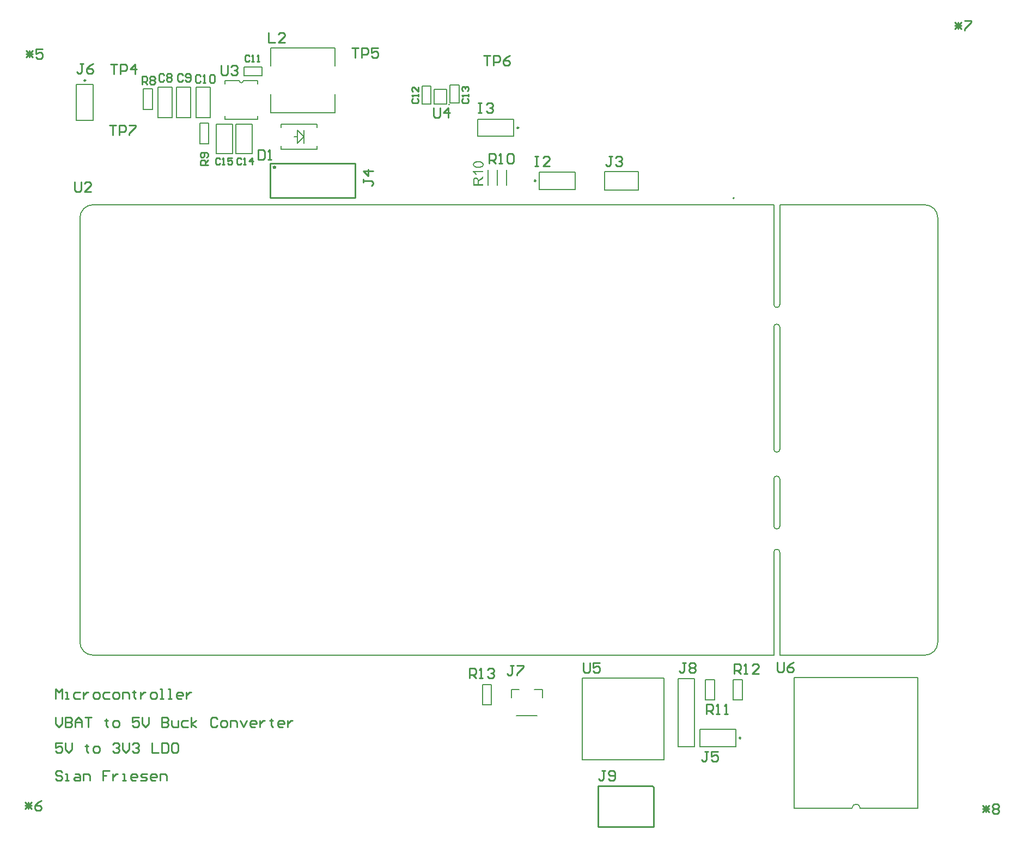
<source format=gbr>
G04*
G04 #@! TF.GenerationSoftware,Altium Limited,Altium Designer,23.0.1 (38)*
G04*
G04 Layer_Color=65535*
%FSLAX25Y25*%
%MOIN*%
G70*
G04*
G04 #@! TF.SameCoordinates,96643D2F-BE8E-4E12-8B93-A60CB91944C5*
G04*
G04*
G04 #@! TF.FilePolarity,Positive*
G04*
G01*
G75*
%ADD10C,0.01000*%
%ADD11C,0.00984*%
%ADD12C,0.00787*%
%ADD13C,0.00500*%
G36*
X284464Y423040D02*
X284563D01*
X284671Y423035D01*
X284794Y423026D01*
X284922Y423016D01*
X285065Y423006D01*
X285207Y422991D01*
X285507Y422947D01*
X285660Y422922D01*
X285803Y422893D01*
X285945Y422854D01*
X286078Y422814D01*
X286088Y422809D01*
X286108Y422804D01*
X286142Y422789D01*
X286191Y422770D01*
X286245Y422750D01*
X286314Y422721D01*
X286388Y422686D01*
X286467Y422642D01*
X286550Y422598D01*
X286634Y422548D01*
X286723Y422489D01*
X286811Y422430D01*
X286895Y422362D01*
X286979Y422293D01*
X287057Y422214D01*
X287131Y422130D01*
X287136Y422125D01*
X287146Y422111D01*
X287165Y422086D01*
X287190Y422047D01*
X287215Y422002D01*
X287249Y421953D01*
X287279Y421889D01*
X287313Y421820D01*
X287348Y421742D01*
X287382Y421653D01*
X287416Y421559D01*
X287441Y421456D01*
X287466Y421348D01*
X287485Y421235D01*
X287495Y421117D01*
X287500Y420989D01*
Y420949D01*
X287495Y420900D01*
X287490Y420836D01*
X287480Y420762D01*
X287466Y420674D01*
X287446Y420576D01*
X287416Y420467D01*
X287382Y420354D01*
X287343Y420236D01*
X287288Y420118D01*
X287225Y419995D01*
X287151Y419877D01*
X287067Y419764D01*
X286964Y419656D01*
X286851Y419552D01*
X286841Y419547D01*
X286811Y419528D01*
X286767Y419493D01*
X286698Y419454D01*
X286659Y419434D01*
X286614Y419410D01*
X286565Y419385D01*
X286506Y419355D01*
X286447Y419331D01*
X286383Y419301D01*
X286309Y419272D01*
X286236Y419242D01*
X286152Y419213D01*
X286068Y419183D01*
X285975Y419159D01*
X285876Y419129D01*
X285773Y419100D01*
X285665Y419075D01*
X285552Y419050D01*
X285434Y419031D01*
X285311Y419006D01*
X285183Y418991D01*
X285045Y418972D01*
X284902Y418957D01*
X284755Y418947D01*
X284602Y418937D01*
X284445Y418932D01*
X284282D01*
X284277D01*
X284268D01*
X284253D01*
X284233D01*
X284208D01*
X284174D01*
X284095Y418937D01*
X284002D01*
X283894Y418942D01*
X283771Y418952D01*
X283638Y418962D01*
X283500Y418972D01*
X283352Y418986D01*
X283052Y419026D01*
X282900Y419055D01*
X282757Y419085D01*
X282614Y419119D01*
X282482Y419159D01*
X282472Y419164D01*
X282452Y419168D01*
X282418Y419183D01*
X282368Y419203D01*
X282309Y419227D01*
X282245Y419257D01*
X282172Y419291D01*
X282093Y419331D01*
X282009Y419375D01*
X281926Y419429D01*
X281837Y419483D01*
X281749Y419547D01*
X281665Y419611D01*
X281581Y419685D01*
X281503Y419759D01*
X281429Y419842D01*
X281424Y419847D01*
X281414Y419862D01*
X281394Y419892D01*
X281370Y419926D01*
X281345Y419970D01*
X281311Y420024D01*
X281276Y420088D01*
X281242Y420157D01*
X281207Y420236D01*
X281178Y420325D01*
X281143Y420418D01*
X281119Y420521D01*
X281094Y420630D01*
X281075Y420743D01*
X281065Y420861D01*
X281060Y420989D01*
Y421038D01*
X281065Y421072D01*
Y421117D01*
X281070Y421171D01*
X281075Y421225D01*
X281084Y421289D01*
X281109Y421427D01*
X281148Y421579D01*
X281198Y421732D01*
X281266Y421879D01*
Y421884D01*
X281276Y421894D01*
X281286Y421919D01*
X281306Y421943D01*
X281325Y421978D01*
X281350Y422012D01*
X281419Y422101D01*
X281503Y422204D01*
X281601Y422307D01*
X281719Y422411D01*
X281857Y422509D01*
X281862Y422514D01*
X281876Y422519D01*
X281896Y422534D01*
X281926Y422548D01*
X281965Y422573D01*
X282009Y422598D01*
X282059Y422622D01*
X282118Y422652D01*
X282182Y422681D01*
X282255Y422716D01*
X282334Y422750D01*
X282413Y422780D01*
X282501Y422814D01*
X282595Y422844D01*
X282797Y422903D01*
X282801D01*
X282821Y422908D01*
X282856Y422917D01*
X282895Y422927D01*
X282954Y422937D01*
X283018Y422947D01*
X283097Y422962D01*
X283190Y422976D01*
X283289Y422986D01*
X283402Y423001D01*
X283525Y423011D01*
X283658Y423026D01*
X283800Y423031D01*
X283948Y423040D01*
X284110Y423045D01*
X284282D01*
X284287D01*
X284297D01*
X284312D01*
X284331D01*
X284356D01*
X284391D01*
X284464Y423040D01*
D02*
G37*
G36*
X287392Y416177D02*
X282462D01*
X282467Y416172D01*
X282472Y416162D01*
X282487Y416148D01*
X282506Y416128D01*
X282531Y416098D01*
X282560Y416064D01*
X282590Y416024D01*
X282629Y415980D01*
X282669Y415931D01*
X282708Y415872D01*
X282752Y415813D01*
X282797Y415749D01*
X282895Y415601D01*
X282993Y415439D01*
X282998Y415434D01*
X283003Y415419D01*
X283018Y415395D01*
X283038Y415365D01*
X283057Y415321D01*
X283082Y415277D01*
X283111Y415223D01*
X283141Y415168D01*
X283205Y415040D01*
X283274Y414908D01*
X283338Y414765D01*
X283392Y414627D01*
X282644D01*
X282639Y414637D01*
X282629Y414657D01*
X282614Y414691D01*
X282590Y414736D01*
X282560Y414794D01*
X282526Y414858D01*
X282482Y414932D01*
X282437Y415011D01*
X282388Y415100D01*
X282329Y415188D01*
X282206Y415380D01*
X282063Y415572D01*
X281906Y415759D01*
X281901Y415764D01*
X281886Y415778D01*
X281862Y415803D01*
X281832Y415838D01*
X281793Y415877D01*
X281749Y415926D01*
X281694Y415975D01*
X281635Y416029D01*
X281507Y416143D01*
X281365Y416256D01*
X281212Y416359D01*
X281138Y416408D01*
X281060Y416448D01*
Y416950D01*
X287392D01*
Y416177D01*
D02*
G37*
G36*
Y412502D02*
X286083Y411670D01*
X286078Y411665D01*
X286058Y411656D01*
X286029Y411636D01*
X285990Y411611D01*
X285940Y411577D01*
X285886Y411542D01*
X285827Y411503D01*
X285763Y411459D01*
X285621Y411365D01*
X285478Y411262D01*
X285340Y411164D01*
X285276Y411114D01*
X285217Y411070D01*
X285212Y411065D01*
X285202Y411060D01*
X285188Y411046D01*
X285168Y411031D01*
X285114Y410986D01*
X285050Y410927D01*
X284981Y410863D01*
X284912Y410795D01*
X284848Y410721D01*
X284794Y410647D01*
X284789Y410637D01*
X284774Y410612D01*
X284755Y410578D01*
X284725Y410529D01*
X284700Y410470D01*
X284671Y410406D01*
X284646Y410337D01*
X284627Y410263D01*
Y410258D01*
X284622Y410234D01*
X284617Y410199D01*
X284607Y410150D01*
X284602Y410086D01*
X284597Y410007D01*
X284592Y409914D01*
Y408836D01*
X287392D01*
Y408000D01*
X281084D01*
Y410873D01*
X281089Y410932D01*
Y411001D01*
X281094Y411085D01*
X281099Y411173D01*
X281104Y411272D01*
X281114Y411370D01*
X281129Y411478D01*
X281158Y411690D01*
X281178Y411793D01*
X281198Y411892D01*
X281227Y411985D01*
X281257Y412074D01*
Y412079D01*
X281266Y412093D01*
X281276Y412118D01*
X281291Y412148D01*
X281311Y412182D01*
X281335Y412226D01*
X281365Y412276D01*
X281394Y412325D01*
X281434Y412379D01*
X281478Y412438D01*
X281527Y412497D01*
X281586Y412551D01*
X281645Y412610D01*
X281709Y412669D01*
X281783Y412723D01*
X281862Y412772D01*
X281867Y412777D01*
X281881Y412782D01*
X281906Y412797D01*
X281936Y412812D01*
X281975Y412836D01*
X282024Y412856D01*
X282078Y412881D01*
X282142Y412905D01*
X282206Y412930D01*
X282280Y412954D01*
X282359Y412979D01*
X282442Y412999D01*
X282619Y413028D01*
X282713Y413033D01*
X282806Y413038D01*
X282816D01*
X282836D01*
X282870Y413033D01*
X282920D01*
X282979Y413023D01*
X283043Y413014D01*
X283121Y413004D01*
X283200Y412984D01*
X283289Y412959D01*
X283382Y412930D01*
X283475Y412895D01*
X283569Y412851D01*
X283667Y412802D01*
X283761Y412743D01*
X283854Y412679D01*
X283943Y412600D01*
X283948Y412595D01*
X283962Y412580D01*
X283987Y412556D01*
X284017Y412517D01*
X284051Y412472D01*
X284095Y412413D01*
X284140Y412349D01*
X284189Y412271D01*
X284238Y412182D01*
X284287Y412084D01*
X284336Y411975D01*
X284381Y411852D01*
X284425Y411720D01*
X284464Y411582D01*
X284499Y411424D01*
X284523Y411262D01*
Y411267D01*
X284528Y411277D01*
X284538Y411292D01*
X284553Y411316D01*
X284582Y411375D01*
X284622Y411449D01*
X284671Y411528D01*
X284725Y411611D01*
X284779Y411695D01*
X284838Y411764D01*
X284843Y411769D01*
X284853Y411779D01*
X284873Y411798D01*
X284897Y411828D01*
X284932Y411857D01*
X284971Y411897D01*
X285015Y411941D01*
X285069Y411985D01*
X285129Y412039D01*
X285192Y412093D01*
X285261Y412148D01*
X285335Y412207D01*
X285414Y412271D01*
X285498Y412330D01*
X285680Y412453D01*
X287392Y413545D01*
Y412502D01*
D02*
G37*
%LPC*%
G36*
X284425Y422248D02*
X284282D01*
X284277D01*
X284263D01*
X284243D01*
X284213D01*
X284179D01*
X284135D01*
X284085Y422243D01*
X284031D01*
X283972Y422238D01*
X283908D01*
X283761Y422229D01*
X283608Y422219D01*
X283441Y422204D01*
X283269Y422184D01*
X283097Y422160D01*
X282920Y422130D01*
X282752Y422096D01*
X282595Y422051D01*
X282452Y422002D01*
X282383Y421978D01*
X282324Y421948D01*
X282265Y421919D01*
X282216Y421884D01*
X282211Y421879D01*
X282191Y421870D01*
X282167Y421845D01*
X282137Y421820D01*
X282098Y421786D01*
X282054Y421742D01*
X282004Y421692D01*
X281955Y421633D01*
X281911Y421574D01*
X281862Y421505D01*
X281817Y421427D01*
X281778Y421348D01*
X281749Y421264D01*
X281719Y421176D01*
X281704Y421077D01*
X281699Y420979D01*
Y420954D01*
X281704Y420930D01*
Y420890D01*
X281714Y420846D01*
X281724Y420792D01*
X281739Y420733D01*
X281753Y420674D01*
X281778Y420605D01*
X281808Y420536D01*
X281847Y420467D01*
X281891Y420394D01*
X281940Y420325D01*
X282004Y420256D01*
X282073Y420192D01*
X282152Y420128D01*
X282157Y420123D01*
X282182Y420113D01*
X282216Y420093D01*
X282265Y420064D01*
X282334Y420034D01*
X282418Y420000D01*
X282516Y419965D01*
X282634Y419931D01*
X282772Y419892D01*
X282929Y419857D01*
X283013Y419838D01*
X283102Y419823D01*
X283195Y419808D01*
X283293Y419793D01*
X283402Y419778D01*
X283510Y419769D01*
X283623Y419754D01*
X283746Y419749D01*
X283874Y419739D01*
X284002Y419734D01*
X284140Y419729D01*
X284282D01*
X284287D01*
X284302D01*
X284322D01*
X284351D01*
X284386D01*
X284430Y419734D01*
X284479D01*
X284533D01*
X284592Y419739D01*
X284661D01*
X284804Y419749D01*
X284961Y419759D01*
X285124Y419774D01*
X285301Y419793D01*
X285473Y419818D01*
X285645Y419847D01*
X285812Y419882D01*
X285970Y419921D01*
X286118Y419970D01*
X286186Y419995D01*
X286245Y420024D01*
X286304Y420054D01*
X286354Y420088D01*
X286359Y420093D01*
X286373Y420103D01*
X286403Y420128D01*
X286432Y420152D01*
X286472Y420192D01*
X286516Y420231D01*
X286560Y420280D01*
X286610Y420339D01*
X286659Y420398D01*
X286703Y420467D01*
X286747Y420541D01*
X286787Y420620D01*
X286816Y420708D01*
X286841Y420797D01*
X286860Y420890D01*
X286865Y420989D01*
Y421013D01*
X286860Y421038D01*
X286856Y421077D01*
X286851Y421122D01*
X286836Y421176D01*
X286821Y421235D01*
X286801Y421299D01*
X286772Y421368D01*
X286742Y421441D01*
X286698Y421515D01*
X286649Y421589D01*
X286590Y421668D01*
X286521Y421742D01*
X286442Y421815D01*
X286354Y421884D01*
X286349Y421889D01*
X286329Y421899D01*
X286295Y421919D01*
X286250Y421943D01*
X286186Y421968D01*
X286108Y421997D01*
X286014Y422032D01*
X285901Y422066D01*
X285768Y422101D01*
X285699Y422116D01*
X285621Y422135D01*
X285537Y422150D01*
X285453Y422165D01*
X285360Y422179D01*
X285261Y422189D01*
X285158Y422204D01*
X285050Y422214D01*
X284937Y422224D01*
X284819Y422234D01*
X284691Y422238D01*
X284563Y422243D01*
X284425Y422248D01*
D02*
G37*
G36*
X282811Y412177D02*
X282806D01*
X282792D01*
X282767D01*
X282737Y412172D01*
X282698Y412167D01*
X282654Y412162D01*
X282605Y412152D01*
X282551Y412138D01*
X282432Y412098D01*
X282373Y412074D01*
X282309Y412039D01*
X282250Y412005D01*
X282186Y411961D01*
X282127Y411911D01*
X282073Y411852D01*
X282068Y411847D01*
X282059Y411838D01*
X282049Y411818D01*
X282029Y411793D01*
X282004Y411754D01*
X281980Y411715D01*
X281955Y411660D01*
X281926Y411601D01*
X281901Y411538D01*
X281876Y411459D01*
X281852Y411375D01*
X281827Y411282D01*
X281808Y411183D01*
X281798Y411075D01*
X281788Y410957D01*
X281783Y410829D01*
Y408836D01*
X283869D01*
Y410721D01*
X283864Y410770D01*
Y410824D01*
X283859Y410888D01*
X283854Y410952D01*
X283840Y411095D01*
X283820Y411242D01*
X283790Y411390D01*
X283771Y411454D01*
X283751Y411518D01*
Y411523D01*
X283746Y411533D01*
X283736Y411547D01*
X283726Y411572D01*
X283702Y411631D01*
X283658Y411700D01*
X283608Y411779D01*
X283544Y411862D01*
X283466Y411941D01*
X283377Y412010D01*
X283372D01*
X283367Y412015D01*
X283352Y412025D01*
X283333Y412034D01*
X283279Y412064D01*
X283210Y412093D01*
X283126Y412123D01*
X283028Y412152D01*
X282924Y412172D01*
X282811Y412177D01*
D02*
G37*
%LPD*%
D10*
X158844Y419556D02*
G03*
X159500Y420000I656J-263D01*
G01*
X266433Y457677D02*
G03*
X266433Y457677I-39J0D01*
G01*
X157000Y400500D02*
X209000D01*
X157000Y421500D02*
X209000D01*
X157000Y400500D02*
Y421500D01*
X209000Y400500D02*
Y421500D01*
X357472Y15622D02*
Y40524D01*
Y15622D02*
X357571Y15524D01*
X391134D01*
X391429D02*
Y40031D01*
X390642Y40524D02*
X391429Y40031D01*
X357472Y40524D02*
X390642D01*
X29499Y48998D02*
X28499Y49998D01*
X26500D01*
X25500Y48998D01*
Y47999D01*
X26500Y46999D01*
X28499D01*
X29499Y45999D01*
Y45000D01*
X28499Y44000D01*
X26500D01*
X25500Y45000D01*
X31498Y44000D02*
X33497D01*
X32498D01*
Y47999D01*
X31498D01*
X37496D02*
X39496D01*
X40495Y46999D01*
Y44000D01*
X37496D01*
X36496Y45000D01*
X37496Y45999D01*
X40495D01*
X42494Y44000D02*
Y47999D01*
X45494D01*
X46493Y46999D01*
Y44000D01*
X58489Y49998D02*
X54491D01*
Y46999D01*
X56490D01*
X54491D01*
Y44000D01*
X60489Y47999D02*
Y44000D01*
Y45999D01*
X61488Y46999D01*
X62488Y47999D01*
X63488D01*
X66487Y44000D02*
X68486D01*
X67486D01*
Y47999D01*
X66487D01*
X74484Y44000D02*
X72485D01*
X71485Y45000D01*
Y46999D01*
X72485Y47999D01*
X74484D01*
X75484Y46999D01*
Y45999D01*
X71485D01*
X77483Y44000D02*
X80482D01*
X81482Y45000D01*
X80482Y45999D01*
X78483D01*
X77483Y46999D01*
X78483Y47999D01*
X81482D01*
X86480Y44000D02*
X84481D01*
X83481Y45000D01*
Y46999D01*
X84481Y47999D01*
X86480D01*
X87480Y46999D01*
Y45999D01*
X83481D01*
X89479Y44000D02*
Y47999D01*
X92478D01*
X93478Y46999D01*
Y44000D01*
X29499Y66998D02*
X25500D01*
Y63999D01*
X27499Y64999D01*
X28499D01*
X29499Y63999D01*
Y62000D01*
X28499Y61000D01*
X26500D01*
X25500Y62000D01*
X31498Y66998D02*
Y62999D01*
X33497Y61000D01*
X35497Y62999D01*
Y66998D01*
X44494Y65998D02*
Y64999D01*
X43494D01*
X45494D01*
X44494D01*
Y62000D01*
X45494Y61000D01*
X49492D02*
X51492D01*
X52491Y62000D01*
Y63999D01*
X51492Y64999D01*
X49492D01*
X48493Y63999D01*
Y62000D01*
X49492Y61000D01*
X60489Y65998D02*
X61488Y66998D01*
X63488D01*
X64487Y65998D01*
Y64999D01*
X63488Y63999D01*
X62488D01*
X63488D01*
X64487Y62999D01*
Y62000D01*
X63488Y61000D01*
X61488D01*
X60489Y62000D01*
X66487Y66998D02*
Y62999D01*
X68486Y61000D01*
X70486Y62999D01*
Y66998D01*
X72485Y65998D02*
X73484Y66998D01*
X75484D01*
X76484Y65998D01*
Y64999D01*
X75484Y63999D01*
X74484D01*
X75484D01*
X76484Y62999D01*
Y62000D01*
X75484Y61000D01*
X73484D01*
X72485Y62000D01*
X84481Y66998D02*
Y61000D01*
X88480D01*
X90479Y66998D02*
Y61000D01*
X93478D01*
X94478Y62000D01*
Y65998D01*
X93478Y66998D01*
X90479D01*
X99476D02*
X97477D01*
X96477Y65998D01*
Y62000D01*
X97477Y61000D01*
X99476D01*
X100476Y62000D01*
Y65998D01*
X99476Y66998D01*
X25500Y82498D02*
Y78499D01*
X27499Y76500D01*
X29499Y78499D01*
Y82498D01*
X31498D02*
Y76500D01*
X34497D01*
X35497Y77500D01*
Y78499D01*
X34497Y79499D01*
X31498D01*
X34497D01*
X35497Y80499D01*
Y81498D01*
X34497Y82498D01*
X31498D01*
X37496Y76500D02*
Y80499D01*
X39496Y82498D01*
X41495Y80499D01*
Y76500D01*
Y79499D01*
X37496D01*
X43494Y82498D02*
X47493D01*
X45494D01*
Y76500D01*
X56490Y81498D02*
Y80499D01*
X55490D01*
X57490D01*
X56490D01*
Y77500D01*
X57490Y76500D01*
X61488D02*
X63488D01*
X64487Y77500D01*
Y79499D01*
X63488Y80499D01*
X61488D01*
X60489Y79499D01*
Y77500D01*
X61488Y76500D01*
X76484Y82498D02*
X72485D01*
Y79499D01*
X74484Y80499D01*
X75484D01*
X76484Y79499D01*
Y77500D01*
X75484Y76500D01*
X73484D01*
X72485Y77500D01*
X78483Y82498D02*
Y78499D01*
X80482Y76500D01*
X82482Y78499D01*
Y82498D01*
X90479D02*
Y76500D01*
X93478D01*
X94478Y77500D01*
Y78499D01*
X93478Y79499D01*
X90479D01*
X93478D01*
X94478Y80499D01*
Y81498D01*
X93478Y82498D01*
X90479D01*
X96477Y80499D02*
Y77500D01*
X97477Y76500D01*
X100476D01*
Y80499D01*
X106474D02*
X103475D01*
X102475Y79499D01*
Y77500D01*
X103475Y76500D01*
X106474D01*
X108473D02*
Y82498D01*
Y78499D02*
X111472Y80499D01*
X108473Y78499D02*
X111472Y76500D01*
X124468Y81498D02*
X123468Y82498D01*
X121469D01*
X120469Y81498D01*
Y77500D01*
X121469Y76500D01*
X123468D01*
X124468Y77500D01*
X127467Y76500D02*
X129466D01*
X130466Y77500D01*
Y79499D01*
X129466Y80499D01*
X127467D01*
X126467Y79499D01*
Y77500D01*
X127467Y76500D01*
X132465D02*
Y80499D01*
X135464D01*
X136464Y79499D01*
Y76500D01*
X138463Y80499D02*
X140463Y76500D01*
X142462Y80499D01*
X147460Y76500D02*
X145461D01*
X144462Y77500D01*
Y79499D01*
X145461Y80499D01*
X147460D01*
X148460Y79499D01*
Y78499D01*
X144462D01*
X150460Y80499D02*
Y76500D01*
Y78499D01*
X151459Y79499D01*
X152459Y80499D01*
X153459D01*
X157457Y81498D02*
Y80499D01*
X156458D01*
X158457D01*
X157457D01*
Y77500D01*
X158457Y76500D01*
X164455D02*
X162456D01*
X161456Y77500D01*
Y79499D01*
X162456Y80499D01*
X164455D01*
X165455Y79499D01*
Y78499D01*
X161456D01*
X167454Y80499D02*
Y76500D01*
Y78499D01*
X168454Y79499D01*
X169453Y80499D01*
X170453D01*
X25500Y94000D02*
Y99998D01*
X27499Y97999D01*
X29499Y99998D01*
Y94000D01*
X31498D02*
X33497D01*
X32498D01*
Y97999D01*
X31498D01*
X40495D02*
X37496D01*
X36496Y96999D01*
Y95000D01*
X37496Y94000D01*
X40495D01*
X42494Y97999D02*
Y94000D01*
Y95999D01*
X43494Y96999D01*
X44494Y97999D01*
X45494D01*
X49492Y94000D02*
X51492D01*
X52491Y95000D01*
Y96999D01*
X51492Y97999D01*
X49492D01*
X48493Y96999D01*
Y95000D01*
X49492Y94000D01*
X58489Y97999D02*
X55490D01*
X54491Y96999D01*
Y95000D01*
X55490Y94000D01*
X58489D01*
X61488D02*
X63488D01*
X64487Y95000D01*
Y96999D01*
X63488Y97999D01*
X61488D01*
X60489Y96999D01*
Y95000D01*
X61488Y94000D01*
X66487D02*
Y97999D01*
X69486D01*
X70486Y96999D01*
Y94000D01*
X73484Y98998D02*
Y97999D01*
X72485D01*
X74484D01*
X73484D01*
Y95000D01*
X74484Y94000D01*
X77483Y97999D02*
Y94000D01*
Y95999D01*
X78483Y96999D01*
X79483Y97999D01*
X80482D01*
X84481Y94000D02*
X86480D01*
X87480Y95000D01*
Y96999D01*
X86480Y97999D01*
X84481D01*
X83481Y96999D01*
Y95000D01*
X84481Y94000D01*
X89479D02*
X91479D01*
X90479D01*
Y99998D01*
X89479D01*
X94478Y94000D02*
X96477D01*
X95477D01*
Y99998D01*
X94478D01*
X102475Y94000D02*
X100476D01*
X99476Y95000D01*
Y96999D01*
X100476Y97999D01*
X102475D01*
X103475Y96999D01*
Y95999D01*
X99476D01*
X105474Y97999D02*
Y94000D01*
Y95999D01*
X106474Y96999D01*
X107474Y97999D01*
X108473D01*
X593002Y28499D02*
X597000Y24501D01*
X593002D02*
X597000Y28499D01*
X593002Y26500D02*
X597000D01*
X595001Y24501D02*
Y28499D01*
X599000D02*
X599999Y29499D01*
X601999D01*
X602998Y28499D01*
Y27500D01*
X601999Y26500D01*
X602998Y25500D01*
Y24501D01*
X601999Y23501D01*
X599999D01*
X599000Y24501D01*
Y25500D01*
X599999Y26500D01*
X599000Y27500D01*
Y28499D01*
X599999Y26500D02*
X601999D01*
X576002Y507999D02*
X580000Y504001D01*
X576002D02*
X580000Y507999D01*
X576002Y506000D02*
X580000D01*
X578001Y504001D02*
Y507999D01*
X582000Y508999D02*
X585998D01*
Y507999D01*
X582000Y504001D01*
Y503001D01*
X7002Y30499D02*
X11000Y26501D01*
X7002D02*
X11000Y30499D01*
X7002Y28500D02*
X11000D01*
X9001Y26501D02*
Y30499D01*
X16998Y31499D02*
X14999Y30499D01*
X13000Y28500D01*
Y26501D01*
X13999Y25501D01*
X15999D01*
X16998Y26501D01*
Y27500D01*
X15999Y28500D01*
X13000D01*
X7502Y490499D02*
X11500Y486501D01*
X7502D02*
X11500Y490499D01*
X7502Y488500D02*
X11500D01*
X9501Y486501D02*
Y490499D01*
X17498Y491499D02*
X13500D01*
Y488500D01*
X15499Y489500D01*
X16499D01*
X17498Y488500D01*
Y486501D01*
X16499Y485501D01*
X14499D01*
X13500Y486501D01*
X366299Y425898D02*
X364299D01*
X365299D01*
Y420900D01*
X364299Y419900D01*
X363300D01*
X362300Y420900D01*
X368298Y424898D02*
X369298Y425898D01*
X371297D01*
X372297Y424898D01*
Y423899D01*
X371297Y422899D01*
X370297D01*
X371297D01*
X372297Y421899D01*
Y420900D01*
X371297Y419900D01*
X369298D01*
X368298Y420900D01*
X284200Y458498D02*
X286199D01*
X285200D01*
Y452500D01*
X284200D01*
X286199D01*
X289198Y457498D02*
X290198Y458498D01*
X292197D01*
X293197Y457498D01*
Y456499D01*
X292197Y455499D01*
X291198D01*
X292197D01*
X293197Y454499D01*
Y453500D01*
X292197Y452500D01*
X290198D01*
X289198Y453500D01*
X425000Y61499D02*
X423001D01*
X424001D01*
Y56501D01*
X423001Y55501D01*
X422001D01*
X421002Y56501D01*
X430998Y61499D02*
X427000D01*
Y58500D01*
X428999Y59500D01*
X429999D01*
X430998Y58500D01*
Y56501D01*
X429999Y55501D01*
X427999D01*
X427000Y56501D01*
X361999Y49998D02*
X359999D01*
X360999D01*
Y45000D01*
X359999Y44000D01*
X359000D01*
X358000Y45000D01*
X363998D02*
X364998Y44000D01*
X366997D01*
X367997Y45000D01*
Y48998D01*
X366997Y49998D01*
X364998D01*
X363998Y48998D01*
Y47999D01*
X364998Y46999D01*
X367997D01*
X214001Y412000D02*
Y410001D01*
Y411001D01*
X218999D01*
X219999Y410001D01*
Y409001D01*
X218999Y408002D01*
X219999Y416999D02*
X214001D01*
X217000Y414000D01*
Y417998D01*
X467200Y116398D02*
Y111400D01*
X468200Y110400D01*
X470199D01*
X471199Y111400D01*
Y116398D01*
X477197D02*
X475197Y115398D01*
X473198Y113399D01*
Y111400D01*
X474198Y110400D01*
X476197D01*
X477197Y111400D01*
Y112399D01*
X476197Y113399D01*
X473198D01*
X348600Y115898D02*
Y110900D01*
X349600Y109900D01*
X351599D01*
X352599Y110900D01*
Y115898D01*
X358597D02*
X354598D01*
Y112899D01*
X356597Y113899D01*
X357597D01*
X358597Y112899D01*
Y110900D01*
X357597Y109900D01*
X355598D01*
X354598Y110900D01*
X257002Y455499D02*
Y450501D01*
X258001Y449501D01*
X260001D01*
X261000Y450501D01*
Y455499D01*
X265999Y449501D02*
Y455499D01*
X263000Y452500D01*
X266998D01*
X127002Y481499D02*
Y476501D01*
X128001Y475501D01*
X130001D01*
X131000Y476501D01*
Y481499D01*
X133000Y480499D02*
X133999Y481499D01*
X135999D01*
X136998Y480499D01*
Y479500D01*
X135999Y478500D01*
X134999D01*
X135999D01*
X136998Y477500D01*
Y476501D01*
X135999Y475501D01*
X133999D01*
X133000Y476501D01*
X37400Y410198D02*
Y405200D01*
X38400Y404200D01*
X40399D01*
X41399Y405200D01*
Y410198D01*
X47397Y404200D02*
X43398D01*
X47397Y408199D01*
Y409198D01*
X46397Y410198D01*
X44398D01*
X43398Y409198D01*
X58503Y444999D02*
X62501D01*
X60502D01*
Y439001D01*
X64501D02*
Y444999D01*
X67500D01*
X68499Y443999D01*
Y442000D01*
X67500Y441000D01*
X64501D01*
X70499Y444999D02*
X74497D01*
Y443999D01*
X70499Y440001D01*
Y439001D01*
X287600Y487598D02*
X291599D01*
X289599D01*
Y481600D01*
X293598D02*
Y487598D01*
X296597D01*
X297597Y486598D01*
Y484599D01*
X296597Y483599D01*
X293598D01*
X303595Y487598D02*
X301595Y486598D01*
X299596Y484599D01*
Y482600D01*
X300596Y481600D01*
X302595D01*
X303595Y482600D01*
Y483599D01*
X302595Y484599D01*
X299596D01*
X206900Y492398D02*
X210899D01*
X208899D01*
Y486400D01*
X212898D02*
Y492398D01*
X215897D01*
X216897Y491398D01*
Y489399D01*
X215897Y488399D01*
X212898D01*
X222895Y492398D02*
X218896D01*
Y489399D01*
X220896Y490399D01*
X221895D01*
X222895Y489399D01*
Y487400D01*
X221895Y486400D01*
X219896D01*
X218896Y487400D01*
X59400Y482398D02*
X63399D01*
X61399D01*
Y476400D01*
X65398D02*
Y482398D01*
X68397D01*
X69397Y481398D01*
Y479399D01*
X68397Y478399D01*
X65398D01*
X74395Y476400D02*
Y482398D01*
X71396Y479399D01*
X75395D01*
X279002Y106501D02*
Y112499D01*
X282001D01*
X283001Y111499D01*
Y109500D01*
X282001Y108500D01*
X279002D01*
X281002D02*
X283001Y106501D01*
X285000D02*
X287000D01*
X286000D01*
Y112499D01*
X285000Y111499D01*
X289999D02*
X290999Y112499D01*
X292998D01*
X293998Y111499D01*
Y110500D01*
X292998Y109500D01*
X291998D01*
X292998D01*
X293998Y108500D01*
Y107501D01*
X292998Y106501D01*
X290999D01*
X289999Y107501D01*
X440900Y109200D02*
Y115198D01*
X443899D01*
X444899Y114198D01*
Y112199D01*
X443899Y111199D01*
X440900D01*
X442899D02*
X444899Y109200D01*
X446898D02*
X448897D01*
X447898D01*
Y115198D01*
X446898Y114198D01*
X455895Y109200D02*
X451896D01*
X455895Y113199D01*
Y114198D01*
X454895Y115198D01*
X452896D01*
X451896Y114198D01*
X424002Y84501D02*
Y90499D01*
X427001D01*
X428001Y89499D01*
Y87500D01*
X427001Y86500D01*
X424002D01*
X426002D02*
X428001Y84501D01*
X430000D02*
X431999D01*
X431000D01*
Y90499D01*
X430000Y89499D01*
X434999Y84501D02*
X436998D01*
X435998D01*
Y90499D01*
X434999Y89499D01*
X118861Y420564D02*
X114139D01*
Y422926D01*
X114926Y423713D01*
X116500D01*
X117287Y422926D01*
Y420564D01*
Y422139D02*
X118861Y423713D01*
X118074Y425287D02*
X118861Y426074D01*
Y427649D01*
X118074Y428436D01*
X114926D01*
X114139Y427649D01*
Y426074D01*
X114926Y425287D01*
X115713D01*
X116500Y426074D01*
Y428436D01*
X78564Y470139D02*
Y474861D01*
X80926D01*
X81713Y474074D01*
Y472500D01*
X80926Y471713D01*
X78564D01*
X80139D02*
X81713Y470139D01*
X83287Y474074D02*
X84074Y474861D01*
X85649D01*
X86436Y474074D01*
Y473287D01*
X85649Y472500D01*
X86436Y471713D01*
Y470926D01*
X85649Y470139D01*
X84074D01*
X83287Y470926D01*
Y471713D01*
X84074Y472500D01*
X83287Y473287D01*
Y474074D01*
X84074Y472500D02*
X85649D01*
X290900Y421700D02*
Y427698D01*
X293899D01*
X294899Y426698D01*
Y424699D01*
X293899Y423699D01*
X290900D01*
X292899D02*
X294899Y421700D01*
X296898D02*
X298897D01*
X297898D01*
Y427698D01*
X296898Y426698D01*
X301896D02*
X302896Y427698D01*
X304895D01*
X305895Y426698D01*
Y422700D01*
X304895Y421700D01*
X302896D01*
X301896Y422700D01*
Y426698D01*
X156000Y501598D02*
Y495600D01*
X159999D01*
X165997D02*
X161998D01*
X165997Y499599D01*
Y500598D01*
X164997Y501598D01*
X162998D01*
X161998Y500598D01*
X411099Y115898D02*
X409099D01*
X410099D01*
Y110900D01*
X409099Y109900D01*
X408100D01*
X407100Y110900D01*
X413098Y114898D02*
X414098Y115898D01*
X416097D01*
X417097Y114898D01*
Y113899D01*
X416097Y112899D01*
X417097Y111899D01*
Y110900D01*
X416097Y109900D01*
X414098D01*
X413098Y110900D01*
Y111899D01*
X414098Y112899D01*
X413098Y113899D01*
Y114898D01*
X414098Y112899D02*
X416097D01*
X305899Y114198D02*
X303899D01*
X304899D01*
Y109200D01*
X303899Y108200D01*
X302900D01*
X301900Y109200D01*
X307898Y114198D02*
X311897D01*
Y113198D01*
X307898Y109200D01*
Y108200D01*
X42499Y482498D02*
X40499D01*
X41499D01*
Y477500D01*
X40499Y476500D01*
X39500D01*
X38500Y477500D01*
X48497Y482498D02*
X46497Y481498D01*
X44498Y479499D01*
Y477500D01*
X45498Y476500D01*
X47497D01*
X48497Y477500D01*
Y478499D01*
X47497Y479499D01*
X44498D01*
X319000Y425998D02*
X320999D01*
X320000D01*
Y420000D01*
X319000D01*
X320999D01*
X327997D02*
X323998D01*
X327997Y423999D01*
Y424998D01*
X326997Y425998D01*
X324998D01*
X323998Y424998D01*
X149501Y429999D02*
Y424001D01*
X152500D01*
X153500Y425001D01*
Y428999D01*
X152500Y429999D01*
X149501D01*
X155499Y424001D02*
X157499D01*
X156499D01*
Y429999D01*
X155499Y428999D01*
X274871Y461342D02*
X274215Y460686D01*
Y459374D01*
X274871Y458718D01*
X277495D01*
X278151Y459374D01*
Y460686D01*
X277495Y461342D01*
X278151Y462654D02*
Y463966D01*
Y463310D01*
X274215D01*
X274871Y462654D01*
Y465934D02*
X274215Y466590D01*
Y467902D01*
X274871Y468558D01*
X275527D01*
X276183Y467902D01*
Y467246D01*
Y467902D01*
X276839Y468558D01*
X277495D01*
X278151Y467902D01*
Y466590D01*
X277495Y465934D01*
X244188Y461204D02*
X243532Y460548D01*
Y459236D01*
X244188Y458580D01*
X246812D01*
X247468Y459236D01*
Y460548D01*
X246812Y461204D01*
X247468Y462516D02*
Y463828D01*
Y463172D01*
X243532D01*
X244188Y462516D01*
X247468Y468420D02*
Y465796D01*
X244844Y468420D01*
X244188D01*
X243532Y467764D01*
Y466452D01*
X244188Y465796D01*
X126204Y424312D02*
X125548Y424968D01*
X124236D01*
X123580Y424312D01*
Y421688D01*
X124236Y421032D01*
X125548D01*
X126204Y421688D01*
X127516Y421032D02*
X128828D01*
X128172D01*
Y424968D01*
X127516Y424312D01*
X133420Y424968D02*
X130796D01*
Y423000D01*
X132108Y423656D01*
X132764D01*
X133420Y423000D01*
Y421688D01*
X132764Y421032D01*
X131452D01*
X130796Y421688D01*
X139204Y424312D02*
X138548Y424968D01*
X137236D01*
X136580Y424312D01*
Y421688D01*
X137236Y421032D01*
X138548D01*
X139204Y421688D01*
X140516Y421032D02*
X141828D01*
X141172D01*
Y424968D01*
X140516Y424312D01*
X145764Y421032D02*
Y424968D01*
X143796Y423000D01*
X146420D01*
X144224Y487380D02*
X143568Y488036D01*
X142256D01*
X141600Y487380D01*
Y484756D01*
X142256Y484100D01*
X143568D01*
X144224Y484756D01*
X145536Y484100D02*
X146848D01*
X146192D01*
Y488036D01*
X145536Y487380D01*
X148816Y484100D02*
X150127D01*
X149471D01*
Y488036D01*
X148816Y487380D01*
X114245Y475074D02*
X113458Y475861D01*
X111883D01*
X111096Y475074D01*
Y471926D01*
X111883Y471139D01*
X113458D01*
X114245Y471926D01*
X115819Y471139D02*
X117394D01*
X116606D01*
Y475861D01*
X115819Y475074D01*
X119755D02*
X120542Y475861D01*
X122116D01*
X122904Y475074D01*
Y471926D01*
X122116Y471139D01*
X120542D01*
X119755Y471926D01*
Y475074D01*
X103449Y475736D02*
X102661Y476523D01*
X101087D01*
X100300Y475736D01*
Y472587D01*
X101087Y471800D01*
X102661D01*
X103449Y472587D01*
X105023D02*
X105810Y471800D01*
X107384D01*
X108171Y472587D01*
Y475736D01*
X107384Y476523D01*
X105810D01*
X105023Y475736D01*
Y474949D01*
X105810Y474161D01*
X108171D01*
X91949Y475736D02*
X91161Y476523D01*
X89587D01*
X88800Y475736D01*
Y472587D01*
X89587Y471800D01*
X91161D01*
X91949Y472587D01*
X93523Y475736D02*
X94310Y476523D01*
X95884D01*
X96671Y475736D01*
Y474949D01*
X95884Y474161D01*
X96671Y473374D01*
Y472587D01*
X95884Y471800D01*
X94310D01*
X93523Y472587D01*
Y473374D01*
X94310Y474161D01*
X93523Y474949D01*
Y475736D01*
X94310Y474161D02*
X95884D01*
D11*
X308976Y443500D02*
G03*
X308976Y443500I-492J0D01*
G01*
X444976Y70000D02*
G03*
X444976Y70000I-492J0D01*
G01*
X319508Y411000D02*
G03*
X319508Y411000I-492J0D01*
G01*
X43992Y472484D02*
G03*
X43992Y472484I-492J0D01*
G01*
D12*
X440913Y400390D02*
G03*
X440913Y400390I-394J0D01*
G01*
X137992Y472311D02*
G03*
X140492Y472311I1250J0D01*
G01*
X518000Y27000D02*
G03*
X513000Y27000I-2500J0D01*
G01*
X423244Y105799D02*
X428756D01*
X423244Y93201D02*
Y105799D01*
Y93201D02*
X428756D01*
Y105799D01*
X361658Y405488D02*
X382130D01*
Y416512D01*
X361658D02*
X382130D01*
X361658Y405488D02*
Y416512D01*
X305984Y438303D02*
Y448697D01*
X284016D02*
X305984D01*
X284016Y438303D02*
Y448697D01*
Y438303D02*
X305984D01*
X441984Y64803D02*
Y75197D01*
X420016D02*
X441984D01*
X420016Y64803D02*
Y75197D01*
Y64803D02*
X441984D01*
X265035Y458071D02*
Y466831D01*
X257161D02*
X265035D01*
X257161Y458071D02*
Y466831D01*
Y458071D02*
X265035D01*
X249744Y469012D02*
X255256D01*
X249744Y457988D02*
Y469012D01*
X255256Y457988D02*
Y469012D01*
X249744Y457988D02*
X255256D01*
X146000Y427500D02*
Y445500D01*
X136000Y427500D02*
Y445500D01*
X146000D01*
X136000Y427500D02*
X146000D01*
X134000D02*
Y445500D01*
X124000Y427500D02*
Y445500D01*
X134000D01*
X124000Y427500D02*
X134000D01*
X171500Y438000D02*
X173500D01*
Y434000D02*
Y442000D01*
X177500Y438000D01*
X173500Y434000D02*
X177500Y438000D01*
X185504Y430244D02*
Y432488D01*
Y443512D02*
Y445756D01*
X163496Y430244D02*
X185504D01*
X163496Y443512D02*
Y445756D01*
X177500Y434000D02*
Y442000D01*
X163496Y430244D02*
Y432488D01*
Y445756D02*
X185504D01*
X149085Y470342D02*
Y472311D01*
X129400Y470342D02*
Y472311D01*
Y448689D02*
Y450658D01*
X140492Y472311D02*
X149085D01*
X129400D02*
X137992D01*
X129400Y448689D02*
X149085D01*
Y450658D01*
X79244Y467299D02*
X84756D01*
X79244Y454701D02*
Y467299D01*
Y454701D02*
X84756D01*
Y467299D01*
X120331Y449551D02*
Y468449D01*
X111669D02*
X120331D01*
X111669Y449551D02*
Y468449D01*
Y449551D02*
X120331D01*
X113744Y433701D02*
X119256D01*
Y446299D01*
X113744D02*
X119256D01*
X113744Y433701D02*
Y446299D01*
X286744Y102799D02*
X292256D01*
X286744Y90201D02*
Y102799D01*
Y90201D02*
X292256D01*
Y102799D01*
X266927Y469650D02*
X272439D01*
X266927Y458626D02*
Y469650D01*
X272439Y458626D02*
Y469650D01*
X266927Y458626D02*
X272439D01*
X321516Y405803D02*
Y416197D01*
Y405803D02*
X343484D01*
Y416197D01*
X321516D02*
X343484D01*
X290291Y408472D02*
Y417528D01*
X301709Y408472D02*
Y417528D01*
X296000Y408276D02*
Y417626D01*
X152012Y475244D02*
Y480756D01*
X140988D02*
X152012D01*
X140988Y475244D02*
X152012D01*
X140988D02*
Y480756D01*
X99669Y449551D02*
X108331D01*
X99669D02*
Y468449D01*
X108331D01*
Y449551D02*
Y468449D01*
X88169Y449551D02*
X96831D01*
X88169D02*
Y468449D01*
X96831D01*
Y449551D02*
Y468449D01*
X157315Y452815D02*
X196685D01*
Y463839D01*
X157315Y492185D02*
X196685D01*
X157315Y452815D02*
Y463839D01*
Y481161D02*
Y492185D01*
X196685Y481161D02*
Y492185D01*
X38303Y469984D02*
X48697D01*
X38303Y448016D02*
Y469984D01*
Y448016D02*
X48697D01*
Y469984D01*
X398000Y56500D02*
Y106500D01*
X348000Y56500D02*
X398000D01*
X348000Y106500D02*
X398000D01*
X348000Y56500D02*
Y106500D01*
X518000Y27000D02*
X553276D01*
X477724D02*
X513000D01*
X477724D02*
Y107000D01*
X553276D01*
Y27000D02*
Y107000D01*
X445756Y93201D02*
Y105799D01*
X440244Y93201D02*
X445756D01*
X440244D02*
Y105799D01*
X445756D01*
X307701Y83571D02*
X320299D01*
X323547Y94595D02*
Y99516D01*
X318724D02*
X323547D01*
X304453Y94595D02*
Y99516D01*
X309276D01*
X406500Y64516D02*
X416500D01*
X406500D02*
Y106484D01*
X416500D01*
Y64516D02*
Y106484D01*
D13*
X48394Y396295D02*
G03*
X40520Y388421I0J-7874D01*
G01*
Y128579D02*
G03*
X48394Y120705I7874J0D01*
G01*
X557606D02*
G03*
X565480Y128579I0J7874D01*
G01*
Y388421D02*
G03*
X557606Y396295I-7874J0D01*
G01*
X468787Y183703D02*
G03*
X465087Y183703I-1850J-32D01*
G01*
Y199697D02*
G03*
X468787Y199697I1850J32D01*
G01*
Y228503D02*
G03*
X465087Y228503I-1850J-32D01*
G01*
Y246697D02*
G03*
X468787Y246697I1850J32D01*
G01*
Y321503D02*
G03*
X465087Y321503I-1850J-32D01*
G01*
Y335297D02*
G03*
X468787Y335297I1850J32D01*
G01*
X48394Y396295D02*
X465087D01*
X40520Y128579D02*
Y388421D01*
X48394Y120705D02*
X465087D01*
X468787D02*
X557606D01*
X565480Y128579D02*
Y388421D01*
X468787Y396295D02*
X557606D01*
X465087Y335300D02*
Y396295D01*
Y246700D02*
Y321500D01*
Y199700D02*
Y228500D01*
Y120705D02*
Y183700D01*
X468787Y335300D02*
Y396295D01*
Y246700D02*
Y321500D01*
Y199700D02*
Y228500D01*
Y120705D02*
Y183700D01*
M02*

</source>
